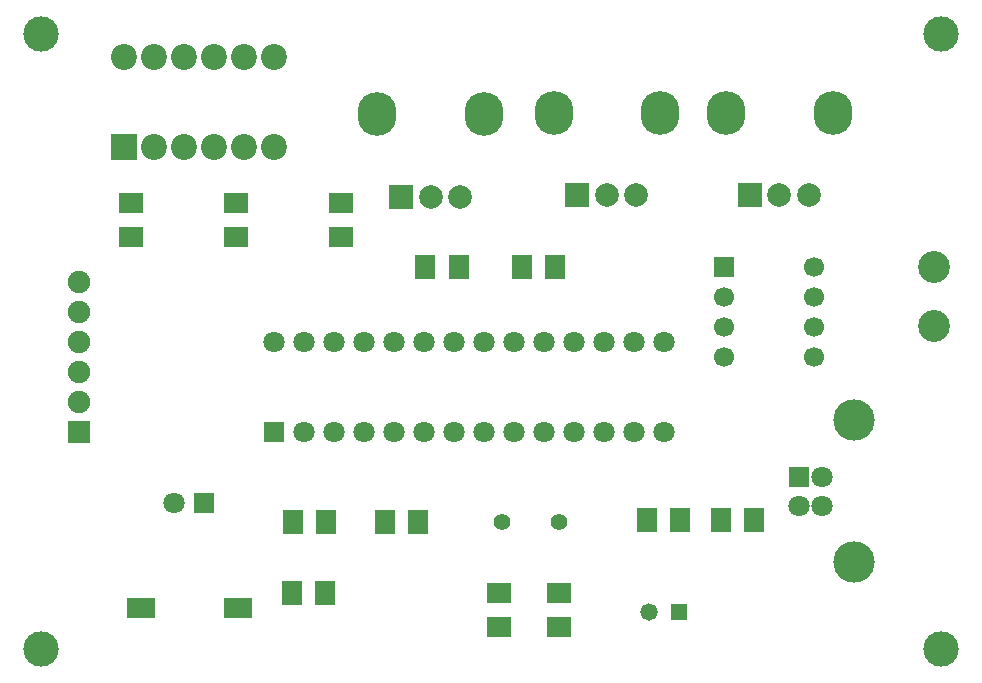
<source format=gts>
G04 DipTrace 2.4.0.2*
%INÂåðõíÿÿìàñêà.gts*%
%MOIN*%
%ADD21R,0.0669X0.0669*%
%ADD22C,0.0669*%
%ADD25R,0.0709X0.0709*%
%ADD27C,0.0709*%
%ADD30R,0.0787X0.0787*%
%ADD31C,0.0787*%
%ADD39C,0.1181*%
%ADD53C,0.0559*%
%ADD55C,0.1063*%
%ADD59C,0.0866*%
%ADD60R,0.0866X0.0866*%
%ADD61R,0.0925X0.0669*%
%ADD63O,0.1299X0.1457*%
%ADD65C,0.1378*%
%ADD68C,0.0748*%
%ADD69R,0.0748X0.0748*%
%ADD70R,0.0579X0.0579*%
%ADD72C,0.0579*%
%ADD74C,0.0709*%
%ADD77R,0.0787X0.0709*%
%ADD79R,0.0709X0.0787*%
%FSLAX44Y44*%
G04*
G70*
G90*
G75*
G01*
%LNTopMask*%
%LPD*%
D79*
X18000Y17937D3*
X19102D3*
D77*
X22437Y5937D3*
Y7039D3*
X20437Y5937D3*
Y7039D3*
D79*
X14687Y9437D3*
X13585D3*
D25*
X10624Y10062D3*
D74*
X9624D3*
D79*
X22312Y17937D3*
X21210D3*
X17750Y9437D3*
X16647D3*
X28937Y9500D3*
X27835D3*
D72*
X25437Y6437D3*
D70*
X26437D3*
D39*
X35187Y5187D3*
X5187D3*
Y25687D3*
X35187D3*
D69*
X6437Y12437D3*
D68*
Y13437D3*
Y14437D3*
Y15437D3*
Y16437D3*
Y17437D3*
D25*
X30437Y10937D3*
D27*
Y9953D3*
X31224D3*
Y10937D3*
D65*
X32291Y8075D3*
Y12815D3*
D79*
X14665Y7062D3*
X13562D3*
D30*
X17187Y20250D3*
D63*
X16400Y23006D3*
D31*
X18171Y20250D3*
D63*
X19943Y23006D3*
D31*
X19156Y20250D3*
D30*
X23062Y20312D3*
D63*
X22275Y23068D3*
D31*
X24046Y20312D3*
D63*
X25818Y23068D3*
D31*
X25031Y20312D3*
D30*
X28812D3*
D63*
X28024Y23068D3*
D31*
X29796Y20312D3*
D63*
X31568Y23068D3*
D31*
X30780Y20312D3*
D79*
X25386Y9488D3*
X26488D3*
D77*
X15187Y18937D3*
Y20039D3*
X11687Y18937D3*
Y20039D3*
X8187Y18937D3*
Y20039D3*
D61*
X8502Y6562D3*
X11750D3*
D60*
X7937Y21937D3*
D59*
X8937D3*
X9937D3*
X10937D3*
X11937D3*
X12937D3*
Y24937D3*
X11937D3*
X10937D3*
X9937D3*
X8937D3*
X7937D3*
D25*
X12937Y12437D3*
D74*
X13937D3*
X14937D3*
X15937D3*
X16937D3*
X17937D3*
X18937D3*
X19937D3*
X20937D3*
X21937D3*
X22937D3*
X23937D3*
X24937D3*
X25937D3*
Y15437D3*
X24937D3*
X23937D3*
X22937D3*
X21937D3*
X20937D3*
X19937D3*
X18937D3*
X17937D3*
X16937D3*
X15937D3*
X14937D3*
X13937D3*
X12937D3*
D21*
X27937Y17937D3*
D22*
Y16937D3*
Y15937D3*
Y14937D3*
X30937D3*
Y15937D3*
Y16937D3*
Y17937D3*
D55*
X34937D3*
Y15969D3*
D53*
X22437Y9437D3*
X20537D3*
M02*

</source>
